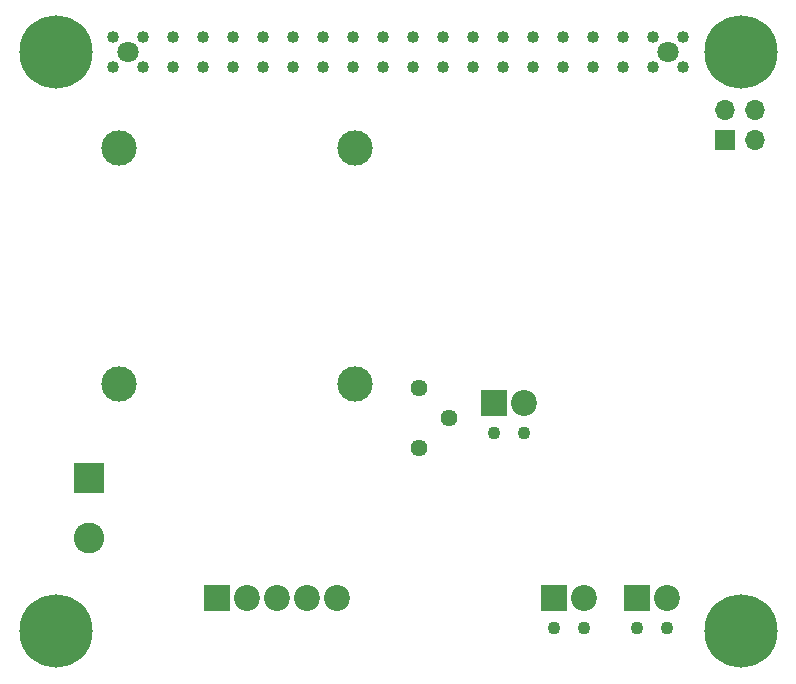
<source format=gbr>
G04 #@! TF.GenerationSoftware,KiCad,Pcbnew,(5.1.10-1-10_14)*
G04 #@! TF.CreationDate,2022-04-10T19:47:37-06:00*
G04 #@! TF.ProjectId,RPiG3iMac,52506947-3369-44d6-9163-2e6b69636164,1.2*
G04 #@! TF.SameCoordinates,Original*
G04 #@! TF.FileFunction,Soldermask,Bot*
G04 #@! TF.FilePolarity,Negative*
%FSLAX46Y46*%
G04 Gerber Fmt 4.6, Leading zero omitted, Abs format (unit mm)*
G04 Created by KiCad (PCBNEW (5.1.10-1-10_14)) date 2022-04-10 19:47:37*
%MOMM*%
%LPD*%
G01*
G04 APERTURE LIST*
%ADD10R,2.200000X2.200000*%
%ADD11C,1.100000*%
%ADD12C,2.200000*%
%ADD13C,3.000000*%
%ADD14C,6.200000*%
%ADD15R,2.600000X2.600000*%
%ADD16C,2.600000*%
%ADD17C,1.800000*%
%ADD18C,1.020000*%
%ADD19R,1.700000X1.700000*%
%ADD20O,1.700000X1.700000*%
%ADD21C,1.440000*%
G04 APERTURE END LIST*
D10*
X152400000Y-99060000D03*
D11*
X152400000Y-101600000D03*
D12*
X154940000Y-99060000D03*
D11*
X154940000Y-101600000D03*
D13*
X140650000Y-97470000D03*
X120650000Y-97470000D03*
X140650000Y-77470000D03*
X120650000Y-77470000D03*
D14*
X173260000Y-69405000D03*
X173260000Y-118405000D03*
X115260000Y-118405000D03*
X115260000Y-69405000D03*
D15*
X118110000Y-105410000D03*
D16*
X118110000Y-110490000D03*
D17*
X121415000Y-69350000D03*
X167135000Y-69350000D03*
D18*
X120145000Y-70620000D03*
X122685000Y-70620000D03*
X125225000Y-70620000D03*
X127765000Y-70620000D03*
X130305000Y-70620000D03*
X132845000Y-70620000D03*
X135385000Y-70620000D03*
X137925000Y-70620000D03*
X140465000Y-70620000D03*
X143005000Y-70620000D03*
X145545000Y-70620000D03*
X148085000Y-70620000D03*
X150625000Y-70620000D03*
X153165000Y-70620000D03*
X155705000Y-70620000D03*
X158245000Y-70620000D03*
X160785000Y-70620000D03*
X163325000Y-70620000D03*
X165865000Y-70620000D03*
X168405000Y-70620000D03*
X120145000Y-68080000D03*
X122685000Y-68080000D03*
X125225000Y-68080000D03*
X127765000Y-68080000D03*
X130305000Y-68080000D03*
X132845000Y-68080000D03*
X135385000Y-68080000D03*
X137925000Y-68080000D03*
X140465000Y-68080000D03*
X143005000Y-68080000D03*
X145545000Y-68080000D03*
X148085000Y-68080000D03*
X150625000Y-68080000D03*
X153165000Y-68080000D03*
X155705000Y-68080000D03*
X158245000Y-68080000D03*
X160785000Y-68080000D03*
X163325000Y-68080000D03*
X165865000Y-68080000D03*
X168405000Y-68080000D03*
D19*
X171980000Y-76790000D03*
D20*
X171980000Y-74250000D03*
X174520000Y-76790000D03*
X174520000Y-74250000D03*
D21*
X146050000Y-97790000D03*
X148590000Y-100330000D03*
X146050000Y-102870000D03*
D10*
X128905000Y-115570000D03*
D12*
X131445000Y-115570000D03*
X133985000Y-115570000D03*
X136525000Y-115570000D03*
X139065000Y-115570000D03*
D10*
X157480000Y-115570000D03*
D11*
X157480000Y-118110000D03*
D12*
X160020000Y-115570000D03*
D11*
X160020000Y-118110000D03*
X167005000Y-118110000D03*
D12*
X167005000Y-115570000D03*
D11*
X164465000Y-118110000D03*
D10*
X164465000Y-115570000D03*
M02*

</source>
